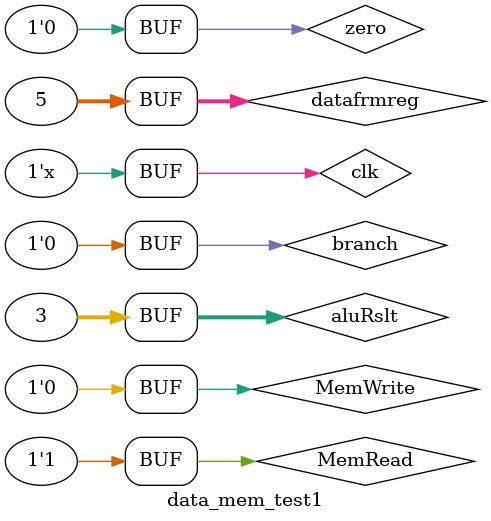
<source format=v>
`timescale 1ns / 1ps


module data_mem_test1;

	// Inputs
	reg clk;
	reg zero;
	reg branch;
	reg MemRead;
	reg MemWrite;
	reg [31:0] aluRslt;
	reg [31:0] datafrmreg;

	// Outputs
	wire hit;
	wire pcSrc;
	wire [31:0] readdata;
	wire [31:0] aluRsltt;

	// Instantiate the Unit Under Test (UUT)
	memoryStage uut (
		.clk(clk), 
		.zero(zero),  
		.branch(branch), 
		.MemRead(MemRead), 
		.MemWrite(MemWrite), 
		.aluRslt(aluRslt), 
		.datafrmreg(datafrmreg), 
		.hit(hit), 
		.pcSrc(pcSrc), 
		.readdata(readdata), 
		.aluRsltt(aluRsltt)
	);

	initial begin
		// Initialize Inputs
		clk = 0;
		zero = 0;
		branch = 0;
		MemRead = 0;
		MemWrite = 1;
		aluRslt = 3;
		datafrmreg = 5;

		// Wait 100 ns for global reset to finish
		#100;
		MemRead = 1;
		MemWrite = 0;
        
		// Add stimulus here

	end
	always
	begin
		#50
		clk = ~clk;
	end
      
endmodule


</source>
